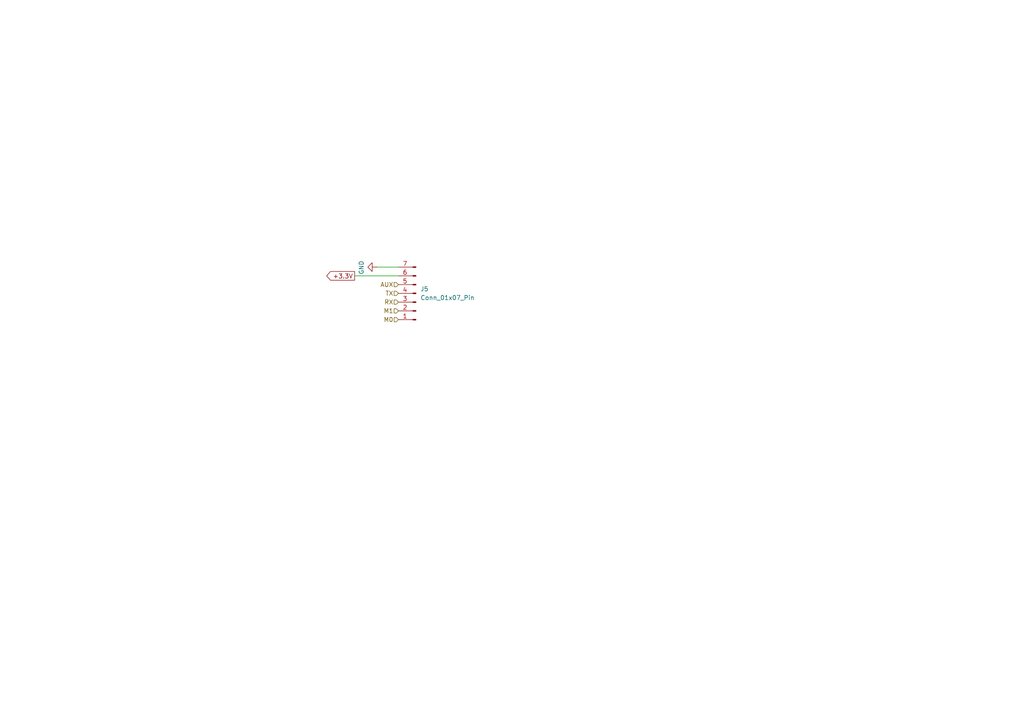
<source format=kicad_sch>
(kicad_sch (version 20250114) (generator "eeschema") (generator_version "9.0")
  (paper "A4")
  (lib_symbols
    (symbol "Connector:Conn_01x07_Pin" (pin_names (offset 1.016) (hide yes))
      (property "Reference" "J" (at 0 10.16 0))
      (property "Value" "Conn_01x07_Pin" (at 0 -10.16 0))
      (symbol "Conn_01x07_Pin_1_1"
        (rectangle (start 0.8636 7.747) (end 0 7.493) (stroke (width 0.1524)) (fill (type outline)))
        (rectangle (start 0.8636 5.207) (end 0 4.953) (stroke (width 0.1524)) (fill (type outline)))
        (rectangle (start 0.8636 2.667) (end 0 2.413) (stroke (width 0.1524)) (fill (type outline)))
        (rectangle (start 0.8636 0.127) (end 0 -0.127) (stroke (width 0.1524)) (fill (type outline)))
        (rectangle (start 0.8636 -2.413) (end 0 -2.667) (stroke (width 0.1524)) (fill (type outline)))
        (rectangle (start 0.8636 -4.953) (end 0 -5.207) (stroke (width 0.1524)) (fill (type outline)))
        (rectangle (start 0.8636 -7.493) (end 0 -7.747) (stroke (width 0.1524)) (fill (type outline)))
        (polyline (pts (xy 1.27 7.62) (xy 0.8636 7.62)) (stroke (width 0.1524)))
        (polyline (pts (xy 1.27 5.08) (xy 0.8636 5.08)) (stroke (width 0.1524)))
        (polyline (pts (xy 1.27 2.54) (xy 0.8636 2.54)) (stroke (width 0.1524)))
        (polyline (pts (xy 1.27 0) (xy 0.8636 0)) (stroke (width 0.1524)))
        (polyline (pts (xy 1.27 -2.54) (xy 0.8636 -2.54)) (stroke (width 0.1524)))
        (polyline (pts (xy 1.27 -5.08) (xy 0.8636 -5.08)) (stroke (width 0.1524)))
        (polyline (pts (xy 1.27 -7.62) (xy 0.8636 -7.62)) (stroke (width 0.1524)))
        (pin passive line (at 5.08 7.62 180) (length 3.81) (name "Pin_1") (number "1"))
        (pin passive line (at 5.08 5.08 180) (length 3.81) (name "Pin_2") (number "2"))
        (pin passive line (at 5.08 2.54 180) (length 3.81) (name "Pin_3") (number "3"))
        (pin passive line (at 5.08 0 180) (length 3.81) (name "Pin_4") (number "4"))
        (pin passive line (at 5.08 -2.54 180) (length 3.81) (name "Pin_5") (number "5"))
        (pin passive line (at 5.08 -5.08 180) (length 3.81) (name "Pin_6") (number "6"))
        (pin passive line (at 5.08 -7.62 180) (length 3.81) (name "Pin_7") (number "7"))
      )
    )
    (symbol "power:GND" (power) (pin_numbers (hide yes)) (pin_names (offset 0) (hide yes))
      (property "Value" "GND" (at 0 -3.81 0))
      (symbol "GND_0_1"
        (polyline (pts (xy 0 0) (xy 0 -1.27) (xy 1.27 -1.27) (xy 0 -2.54) (xy -1.27 -1.27) (xy 0 -1.27)))
      )
      (symbol "GND_1_1"
        (pin power_in line (at 0 0 270) (length 0) (name "~") (number "1"))
      )
    )
  )
  (wire (pts (xy 109.22 77.47) (xy 115.57 77.47)))
  (wire (pts (xy 102.87 80.01) (xy 115.57 80.01)))
  (global_label "+3.3V" (shape output) (at 102.87 80.01 180) (property "Intersheetrefs" "${INTERSHEET_REFS}" (effects (hide yes))))
  (hierarchical_label "M0" (shape input) (at 115.57 92.71 180))
  (hierarchical_label "TX" (shape input) (at 115.57 85.09 180))
  (hierarchical_label "RX" (shape input) (at 115.57 87.63 180))
  (hierarchical_label "M1" (shape input) (at 115.57 90.17 180))
  (hierarchical_label "AUX" (shape input) (at 115.57 82.55 180))
  (symbol (lib_id "power:GND") (at 109.22 77.47 270) (unit 1)
    (property "Reference" "#PWR031" (effects (hide yes)))
    (property "Value" "GND" (at 104.8258 77.597 0))
    (property "Description" "Power symbol creates a global label with name \"GND\" , ground" (effects (hide yes)))
  )
  (symbol (lib_id "Connector:Conn_01x07_Pin") (at 120.65 85.09 180) (unit 1)
    (property "Reference" "J5" (at 121.92 83.8199 0) (effects (justify right)))
    (property "Value" "Conn_01x07_Pin" (at 121.92 86.3599 0) (effects (justify right)))
    (property "Footprint" "Connector_PinHeader_2.54mm:PinHeader_1x07_P2.54mm_Vertical" (effects (hide yes)))
    (property "Description" "Generic connector, single row, 01x07, script generated" (effects (hide yes)))
  )
)
</source>
